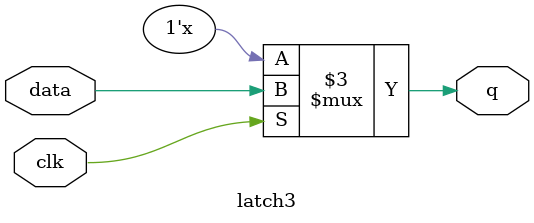
<source format=v>

module latch3(q, data, clk);
output q;
input data, clk;
reg q;

always @(clk or data)
begin
	if (clk)
		q = data;
end

endmodule


</source>
